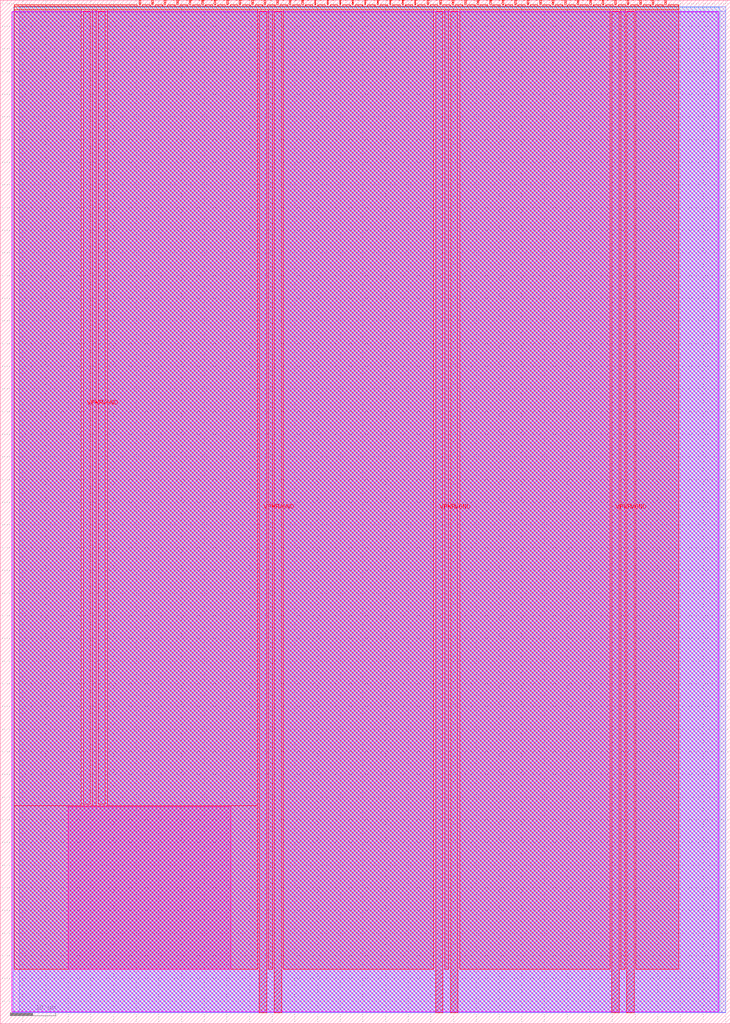
<source format=lef>
VERSION 5.7 ;
  NOWIREEXTENSIONATPIN ON ;
  DIVIDERCHAR "/" ;
  BUSBITCHARS "[]" ;
MACRO tt_um_boykisser
  CLASS BLOCK ;
  FOREIGN tt_um_boykisser ;
  ORIGIN 0.000 0.000 ;
  SIZE 161.000 BY 225.760 ;
  PIN VGND
    DIRECTION INOUT ;
    USE GROUND ;
    PORT
      LAYER met4 ;
        RECT 21.580 48.440 23.180 223.280 ;
    END
    PORT
      LAYER met4 ;
        RECT 60.450 2.480 62.050 223.280 ;
    END
    PORT
      LAYER met4 ;
        RECT 99.320 2.480 100.920 223.280 ;
    END
    PORT
      LAYER met4 ;
        RECT 138.190 2.480 139.790 223.280 ;
    END
  END VGND
  PIN VPWR
    DIRECTION INOUT ;
    USE POWER ;
    PORT
      LAYER met4 ;
        RECT 18.280 48.440 19.880 223.280 ;
    END
    PORT
      LAYER met4 ;
        RECT 57.150 2.480 58.750 223.280 ;
    END
    PORT
      LAYER met4 ;
        RECT 96.020 2.480 97.620 223.280 ;
    END
    PORT
      LAYER met4 ;
        RECT 134.890 2.480 136.490 223.280 ;
    END
  END VPWR
  PIN clk
    DIRECTION INPUT ;
    USE SIGNAL ;
    ANTENNAGATEAREA 0.852000 ;
    PORT
      LAYER met4 ;
        RECT 143.830 224.760 144.130 225.760 ;
    END
  END clk
  PIN ena
    DIRECTION INPUT ;
    USE SIGNAL ;
    PORT
      LAYER met4 ;
        RECT 146.590 224.760 146.890 225.760 ;
    END
  END ena
  PIN rst_n
    DIRECTION INPUT ;
    USE SIGNAL ;
    ANTENNAGATEAREA 0.196500 ;
    PORT
      LAYER met4 ;
        RECT 141.070 224.760 141.370 225.760 ;
    END
  END rst_n
  PIN ui_in[0]
    DIRECTION INPUT ;
    USE SIGNAL ;
    ANTENNAGATEAREA 0.196500 ;
    PORT
      LAYER met4 ;
        RECT 138.310 224.760 138.610 225.760 ;
    END
  END ui_in[0]
  PIN ui_in[1]
    DIRECTION INPUT ;
    USE SIGNAL ;
    PORT
      LAYER met4 ;
        RECT 135.550 224.760 135.850 225.760 ;
    END
  END ui_in[1]
  PIN ui_in[2]
    DIRECTION INPUT ;
    USE SIGNAL ;
    PORT
      LAYER met4 ;
        RECT 132.790 224.760 133.090 225.760 ;
    END
  END ui_in[2]
  PIN ui_in[3]
    DIRECTION INPUT ;
    USE SIGNAL ;
    PORT
      LAYER met4 ;
        RECT 130.030 224.760 130.330 225.760 ;
    END
  END ui_in[3]
  PIN ui_in[4]
    DIRECTION INPUT ;
    USE SIGNAL ;
    PORT
      LAYER met4 ;
        RECT 127.270 224.760 127.570 225.760 ;
    END
  END ui_in[4]
  PIN ui_in[5]
    DIRECTION INPUT ;
    USE SIGNAL ;
    PORT
      LAYER met4 ;
        RECT 124.510 224.760 124.810 225.760 ;
    END
  END ui_in[5]
  PIN ui_in[6]
    DIRECTION INPUT ;
    USE SIGNAL ;
    PORT
      LAYER met4 ;
        RECT 121.750 224.760 122.050 225.760 ;
    END
  END ui_in[6]
  PIN ui_in[7]
    DIRECTION INPUT ;
    USE SIGNAL ;
    PORT
      LAYER met4 ;
        RECT 118.990 224.760 119.290 225.760 ;
    END
  END ui_in[7]
  PIN uio_in[0]
    DIRECTION INPUT ;
    USE SIGNAL ;
    PORT
      LAYER met4 ;
        RECT 116.230 224.760 116.530 225.760 ;
    END
  END uio_in[0]
  PIN uio_in[1]
    DIRECTION INPUT ;
    USE SIGNAL ;
    PORT
      LAYER met4 ;
        RECT 113.470 224.760 113.770 225.760 ;
    END
  END uio_in[1]
  PIN uio_in[2]
    DIRECTION INPUT ;
    USE SIGNAL ;
    PORT
      LAYER met4 ;
        RECT 110.710 224.760 111.010 225.760 ;
    END
  END uio_in[2]
  PIN uio_in[3]
    DIRECTION INPUT ;
    USE SIGNAL ;
    PORT
      LAYER met4 ;
        RECT 107.950 224.760 108.250 225.760 ;
    END
  END uio_in[3]
  PIN uio_in[4]
    DIRECTION INPUT ;
    USE SIGNAL ;
    PORT
      LAYER met4 ;
        RECT 105.190 224.760 105.490 225.760 ;
    END
  END uio_in[4]
  PIN uio_in[5]
    DIRECTION INPUT ;
    USE SIGNAL ;
    PORT
      LAYER met4 ;
        RECT 102.430 224.760 102.730 225.760 ;
    END
  END uio_in[5]
  PIN uio_in[6]
    DIRECTION INPUT ;
    USE SIGNAL ;
    PORT
      LAYER met4 ;
        RECT 99.670 224.760 99.970 225.760 ;
    END
  END uio_in[6]
  PIN uio_in[7]
    DIRECTION INPUT ;
    USE SIGNAL ;
    PORT
      LAYER met4 ;
        RECT 96.910 224.760 97.210 225.760 ;
    END
  END uio_in[7]
  PIN uio_oe[0]
    DIRECTION OUTPUT ;
    USE SIGNAL ;
    PORT
      LAYER met4 ;
        RECT 49.990 224.760 50.290 225.760 ;
    END
  END uio_oe[0]
  PIN uio_oe[1]
    DIRECTION OUTPUT ;
    USE SIGNAL ;
    PORT
      LAYER met4 ;
        RECT 47.230 224.760 47.530 225.760 ;
    END
  END uio_oe[1]
  PIN uio_oe[2]
    DIRECTION OUTPUT ;
    USE SIGNAL ;
    PORT
      LAYER met4 ;
        RECT 44.470 224.760 44.770 225.760 ;
    END
  END uio_oe[2]
  PIN uio_oe[3]
    DIRECTION OUTPUT ;
    USE SIGNAL ;
    PORT
      LAYER met4 ;
        RECT 41.710 224.760 42.010 225.760 ;
    END
  END uio_oe[3]
  PIN uio_oe[4]
    DIRECTION OUTPUT ;
    USE SIGNAL ;
    PORT
      LAYER met4 ;
        RECT 38.950 224.760 39.250 225.760 ;
    END
  END uio_oe[4]
  PIN uio_oe[5]
    DIRECTION OUTPUT ;
    USE SIGNAL ;
    PORT
      LAYER met4 ;
        RECT 36.190 224.760 36.490 225.760 ;
    END
  END uio_oe[5]
  PIN uio_oe[6]
    DIRECTION OUTPUT ;
    USE SIGNAL ;
    PORT
      LAYER met4 ;
        RECT 33.430 224.760 33.730 225.760 ;
    END
  END uio_oe[6]
  PIN uio_oe[7]
    DIRECTION OUTPUT ;
    USE SIGNAL ;
    PORT
      LAYER met4 ;
        RECT 30.670 224.760 30.970 225.760 ;
    END
  END uio_oe[7]
  PIN uio_out[0]
    DIRECTION OUTPUT ;
    USE SIGNAL ;
    PORT
      LAYER met4 ;
        RECT 72.070 224.760 72.370 225.760 ;
    END
  END uio_out[0]
  PIN uio_out[1]
    DIRECTION OUTPUT ;
    USE SIGNAL ;
    PORT
      LAYER met4 ;
        RECT 69.310 224.760 69.610 225.760 ;
    END
  END uio_out[1]
  PIN uio_out[2]
    DIRECTION OUTPUT ;
    USE SIGNAL ;
    PORT
      LAYER met4 ;
        RECT 66.550 224.760 66.850 225.760 ;
    END
  END uio_out[2]
  PIN uio_out[3]
    DIRECTION OUTPUT ;
    USE SIGNAL ;
    PORT
      LAYER met4 ;
        RECT 63.790 224.760 64.090 225.760 ;
    END
  END uio_out[3]
  PIN uio_out[4]
    DIRECTION OUTPUT ;
    USE SIGNAL ;
    PORT
      LAYER met4 ;
        RECT 61.030 224.760 61.330 225.760 ;
    END
  END uio_out[4]
  PIN uio_out[5]
    DIRECTION OUTPUT ;
    USE SIGNAL ;
    PORT
      LAYER met4 ;
        RECT 58.270 224.760 58.570 225.760 ;
    END
  END uio_out[5]
  PIN uio_out[6]
    DIRECTION OUTPUT ;
    USE SIGNAL ;
    PORT
      LAYER met4 ;
        RECT 55.510 224.760 55.810 225.760 ;
    END
  END uio_out[6]
  PIN uio_out[7]
    DIRECTION OUTPUT ;
    USE SIGNAL ;
    PORT
      LAYER met4 ;
        RECT 52.750 224.760 53.050 225.760 ;
    END
  END uio_out[7]
  PIN uo_out[0]
    DIRECTION OUTPUT ;
    USE SIGNAL ;
    ANTENNADIFFAREA 0.445500 ;
    PORT
      LAYER met4 ;
        RECT 94.150 224.760 94.450 225.760 ;
    END
  END uo_out[0]
  PIN uo_out[1]
    DIRECTION OUTPUT ;
    USE SIGNAL ;
    ANTENNADIFFAREA 0.445500 ;
    PORT
      LAYER met4 ;
        RECT 91.390 224.760 91.690 225.760 ;
    END
  END uo_out[1]
  PIN uo_out[2]
    DIRECTION OUTPUT ;
    USE SIGNAL ;
    ANTENNADIFFAREA 0.445500 ;
    PORT
      LAYER met4 ;
        RECT 88.630 224.760 88.930 225.760 ;
    END
  END uo_out[2]
  PIN uo_out[3]
    DIRECTION OUTPUT ;
    USE SIGNAL ;
    ANTENNADIFFAREA 0.795200 ;
    PORT
      LAYER met4 ;
        RECT 85.870 224.760 86.170 225.760 ;
    END
  END uo_out[3]
  PIN uo_out[4]
    DIRECTION OUTPUT ;
    USE SIGNAL ;
    ANTENNADIFFAREA 0.445500 ;
    PORT
      LAYER met4 ;
        RECT 83.110 224.760 83.410 225.760 ;
    END
  END uo_out[4]
  PIN uo_out[5]
    DIRECTION OUTPUT ;
    USE SIGNAL ;
    ANTENNADIFFAREA 0.445500 ;
    PORT
      LAYER met4 ;
        RECT 80.350 224.760 80.650 225.760 ;
    END
  END uo_out[5]
  PIN uo_out[6]
    DIRECTION OUTPUT ;
    USE SIGNAL ;
    ANTENNADIFFAREA 0.445500 ;
    PORT
      LAYER met4 ;
        RECT 77.590 224.760 77.890 225.760 ;
    END
  END uo_out[6]
  PIN uo_out[7]
    DIRECTION OUTPUT ;
    USE SIGNAL ;
    ANTENNADIFFAREA 0.795200 ;
    PORT
      LAYER met4 ;
        RECT 74.830 224.760 75.130 225.760 ;
    END
  END uo_out[7]
  OBS
      LAYER nwell ;
        RECT 2.570 2.635 158.430 223.230 ;
      LAYER li1 ;
        RECT 2.760 2.635 158.240 223.125 ;
      LAYER met1 ;
        RECT 2.760 2.480 160.010 223.280 ;
      LAYER met2 ;
        RECT 4.240 2.535 159.980 224.245 ;
      LAYER met3 ;
        RECT 3.030 2.555 158.635 224.225 ;
      LAYER met4 ;
        RECT 3.055 224.360 30.270 224.760 ;
        RECT 31.370 224.360 33.030 224.760 ;
        RECT 34.130 224.360 35.790 224.760 ;
        RECT 36.890 224.360 38.550 224.760 ;
        RECT 39.650 224.360 41.310 224.760 ;
        RECT 42.410 224.360 44.070 224.760 ;
        RECT 45.170 224.360 46.830 224.760 ;
        RECT 47.930 224.360 49.590 224.760 ;
        RECT 50.690 224.360 52.350 224.760 ;
        RECT 53.450 224.360 55.110 224.760 ;
        RECT 56.210 224.360 57.870 224.760 ;
        RECT 58.970 224.360 60.630 224.760 ;
        RECT 61.730 224.360 63.390 224.760 ;
        RECT 64.490 224.360 66.150 224.760 ;
        RECT 67.250 224.360 68.910 224.760 ;
        RECT 70.010 224.360 71.670 224.760 ;
        RECT 72.770 224.360 74.430 224.760 ;
        RECT 75.530 224.360 77.190 224.760 ;
        RECT 78.290 224.360 79.950 224.760 ;
        RECT 81.050 224.360 82.710 224.760 ;
        RECT 83.810 224.360 85.470 224.760 ;
        RECT 86.570 224.360 88.230 224.760 ;
        RECT 89.330 224.360 90.990 224.760 ;
        RECT 92.090 224.360 93.750 224.760 ;
        RECT 94.850 224.360 96.510 224.760 ;
        RECT 97.610 224.360 99.270 224.760 ;
        RECT 100.370 224.360 102.030 224.760 ;
        RECT 103.130 224.360 104.790 224.760 ;
        RECT 105.890 224.360 107.550 224.760 ;
        RECT 108.650 224.360 110.310 224.760 ;
        RECT 111.410 224.360 113.070 224.760 ;
        RECT 114.170 224.360 115.830 224.760 ;
        RECT 116.930 224.360 118.590 224.760 ;
        RECT 119.690 224.360 121.350 224.760 ;
        RECT 122.450 224.360 124.110 224.760 ;
        RECT 125.210 224.360 126.870 224.760 ;
        RECT 127.970 224.360 129.630 224.760 ;
        RECT 130.730 224.360 132.390 224.760 ;
        RECT 133.490 224.360 135.150 224.760 ;
        RECT 136.250 224.360 137.910 224.760 ;
        RECT 139.010 224.360 140.670 224.760 ;
        RECT 141.770 224.360 143.430 224.760 ;
        RECT 144.530 224.360 146.190 224.760 ;
        RECT 147.290 224.360 149.665 224.760 ;
        RECT 3.055 223.680 149.665 224.360 ;
        RECT 3.055 48.040 17.880 223.680 ;
        RECT 20.280 48.040 21.180 223.680 ;
        RECT 23.580 48.040 56.750 223.680 ;
        RECT 3.055 12.000 56.750 48.040 ;
        RECT 59.150 12.000 60.050 223.680 ;
        RECT 62.450 12.000 95.620 223.680 ;
        RECT 98.020 12.000 98.920 223.680 ;
        RECT 101.320 12.000 134.490 223.680 ;
        RECT 136.890 12.000 137.790 223.680 ;
        RECT 140.190 12.000 149.665 223.680 ;
      LAYER met5 ;
        RECT 15.000 12.000 50.840 47.840 ;
  END
END tt_um_boykisser
END LIBRARY


</source>
